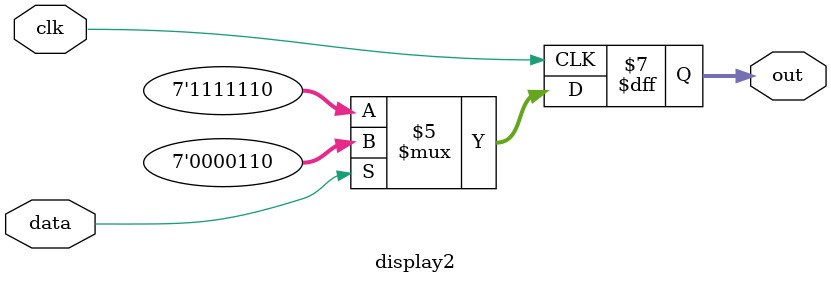
<source format=v>
`timescale 1ns / 1ps
module display2(
input clk,
input data,
output reg [6:0]out
    );
	 initial begin out <= 7'b1111110; 
	 end
	
	always@(posedge clk)begin
	#3
		if (data == 1'b1)
			out <= 7'b0000110;
		else 
			out <= 7'b1111110;
	end
endmodule

</source>
